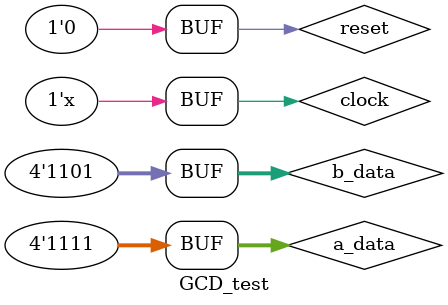
<source format=v>
`timescale 1ns / 1ps

module GCD_test();

reg [3:0] a_data,b_data;
reg reset;
reg clock = 1'b1;
wire [3:0] d_out;

GCD_UNIFIED_HW UUT(a_data,b_data,reset,clock,d_out);

always 
#5 clock = ~clock; 

initial 

begin
reset <= 1;
#10
reset <= 0 ;
//a_data <= 4'b1111;
//b_data <= 4'b1101;
//a_data <= 4'b1101;
//b_data <= 4'b1111;
//a_data <= 4'b0110;
//b_data <= 4'b0011;
a_data <= 4'b1111;
b_data <= 4'b1101;

end

endmodule

</source>
